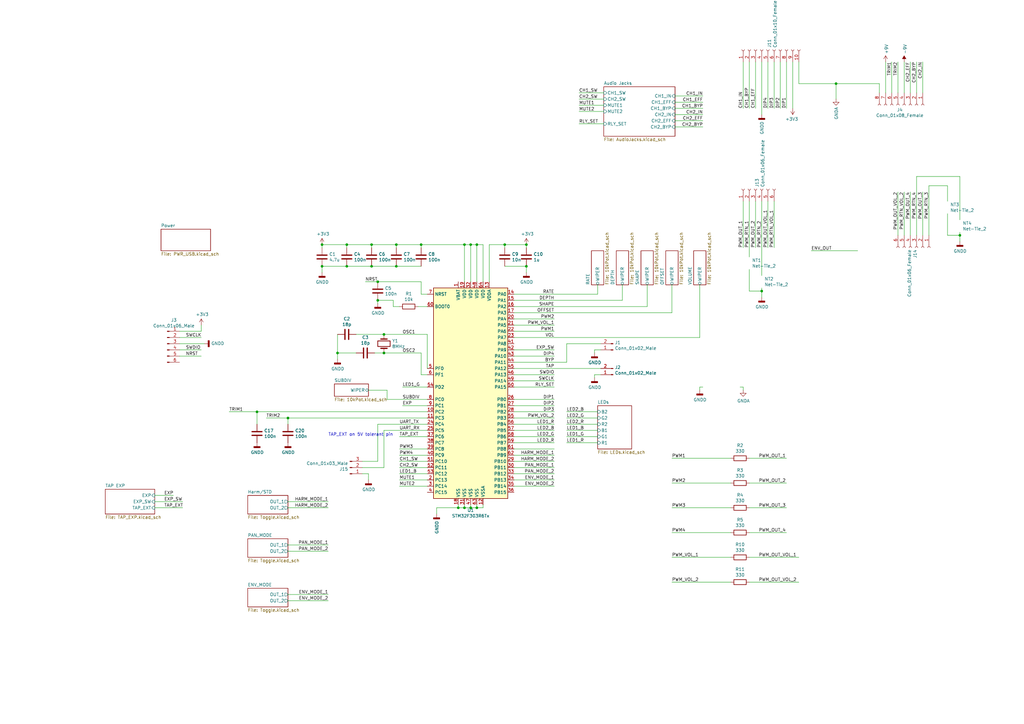
<source format=kicad_sch>
(kicad_sch (version 20231120) (generator "eeschema") (generator_version "8.0")
  (paper "A3")
  (lib_symbols
    (symbol "Device:C" (pin_numbers hide) (pin_names (offset 0.254))
      (property "Reference" "C" (at 0.635 2.54 0))
      (property "Value" "C" (at 0.635 -2.54 0))
      (symbol "C_1_1"
        (pin passive line (at 0 3.81 270) (length 2.794) (name "~") (number "1"))
        (pin passive line (at 0 -3.81 90) (length 2.794) (name "~") (number "2"))
      )
    )
    (symbol "Device:Crystal" (pin_numbers hide) (pin_names (offset 1.016) hide)
      (property "Reference" "Y" (at 0 3.81 0))
      (property "Value" "Crystal" (at 0 -3.81 0))
      (symbol "Crystal_1_1"
        (pin passive line (at -3.81 0 0) (length 1.27) (name "1") (number "1"))
        (pin passive line (at 3.81 0 180) (length 1.27) (name "2") (number "2"))
      )
    )
    (symbol "Device:R" (pin_numbers hide) (pin_names (offset 0))
      (property "Reference" "R" (at 2.032 0 90))
      (property "Value" "R" (at 0 0 90))
      (symbol "R_1_1"
        (pin passive line (at 0 3.81 270) (length 1.27) (name "~") (number "1"))
        (pin passive line (at 0 -3.81 90) (length 1.27) (name "~") (number "2"))
      )
    )
    (symbol "Digital Board Rev 2-rescue:+9V-power" (power) (pin_names (offset 0))
      (property "Value" "power_+9V" (at 0 3.556 0))
      (symbol "+9V-power_1_1"
        (pin power_in line (at 0 0 90) (length 0) hide (name "+9V") (number "1"))
      )
    )
    (symbol "Digital Board Rev 2-rescue:-9V-power" (power) (pin_names (offset 0))
      (property "Value" "power_-9V" (at 0 3.81 0))
      (symbol "-9V-power_1_1"
        (pin power_in line (at 0 0 90) (length 0) hide (name "-9V") (number "1"))
      )
    )
    (symbol "Digital Board Rev 2-rescue:Conn_01x02_Male-Connector" (pin_names (offset 1.016) hide)
      (property "Reference" "J" (at 0 2.54 0))
      (property "Value" "Connector_Conn_01x02_Male" (at 0 -5.08 0))
      (symbol "Conn_01x02_Male-Connector_1_1"
        (pin passive line (at 5.08 0 180) (length 3.81) (name "Pin_1") (number "1"))
        (pin passive line (at 5.08 -2.54 180) (length 3.81) (name "Pin_2") (number "2"))
      )
    )
    (symbol "Digital Board Rev 2-rescue:Conn_01x03_Male-Connector" (pin_names (offset 1.016) hide)
      (property "Reference" "J" (at 0 5.08 0))
      (property "Value" "Connector_Conn_01x03_Male" (at 0 -5.08 0))
      (symbol "Conn_01x03_Male-Connector_1_1"
        (pin passive line (at 5.08 2.54 180) (length 3.81) (name "Pin_1") (number "1"))
        (pin passive line (at 5.08 0 180) (length 3.81) (name "Pin_2") (number "2"))
        (pin passive line (at 5.08 -2.54 180) (length 3.81) (name "Pin_3") (number "3"))
      )
    )
    (symbol "Digital Board Rev 2-rescue:Conn_01x06_Female-Connector" (pin_names (offset 1.016) hide)
      (property "Reference" "J" (at 0 7.62 0))
      (property "Value" "Connector_Conn_01x06_Female" (at 0 -10.16 0))
      (symbol "Conn_01x06_Female-Connector_1_1"
        (pin passive line (at -5.08 5.08 0) (length 3.81) (name "Pin_1") (number "1"))
        (pin passive line (at -5.08 2.54 0) (length 3.81) (name "Pin_2") (number "2"))
        (pin passive line (at -5.08 0 0) (length 3.81) (name "Pin_3") (number "3"))
        (pin passive line (at -5.08 -2.54 0) (length 3.81) (name "Pin_4") (number "4"))
        (pin passive line (at -5.08 -5.08 0) (length 3.81) (name "Pin_5") (number "5"))
        (pin passive line (at -5.08 -7.62 0) (length 3.81) (name "Pin_6") (number "6"))
      )
    )
    (symbol "Digital Board Rev 2-rescue:Conn_01x06_Male-Connector" (pin_names (offset 1.016) hide)
      (property "Reference" "J" (at 0 7.62 0))
      (property "Value" "Connector_Conn_01x06_Male" (at 0 -10.16 0))
      (symbol "Conn_01x06_Male-Connector_1_1"
        (pin passive line (at 5.08 5.08 180) (length 3.81) (name "Pin_1") (number "1"))
        (pin passive line (at 5.08 2.54 180) (length 3.81) (name "Pin_2") (number "2"))
        (pin passive line (at 5.08 0 180) (length 3.81) (name "Pin_3") (number "3"))
        (pin passive line (at 5.08 -2.54 180) (length 3.81) (name "Pin_4") (number "4"))
        (pin passive line (at 5.08 -5.08 180) (length 3.81) (name "Pin_5") (number "5"))
        (pin passive line (at 5.08 -7.62 180) (length 3.81) (name "Pin_6") (number "6"))
      )
    )
    (symbol "Digital Board Rev 2-rescue:Conn_01x08_Female-Connector" (pin_names (offset 1.016) hide)
      (property "Reference" "J" (at 0 10.16 0))
      (property "Value" "Connector_Conn_01x08_Female" (at 0 -12.7 0))
      (symbol "Conn_01x08_Female-Connector_1_1"
        (pin passive line (at -5.08 7.62 0) (length 3.81) (name "Pin_1") (number "1"))
        (pin passive line (at -5.08 5.08 0) (length 3.81) (name "Pin_2") (number "2"))
        (pin passive line (at -5.08 2.54 0) (length 3.81) (name "Pin_3") (number "3"))
        (pin passive line (at -5.08 0 0) (length 3.81) (name "Pin_4") (number "4"))
        (pin passive line (at -5.08 -2.54 0) (length 3.81) (name "Pin_5") (number "5"))
        (pin passive line (at -5.08 -5.08 0) (length 3.81) (name "Pin_6") (number "6"))
        (pin passive line (at -5.08 -7.62 0) (length 3.81) (name "Pin_7") (number "7"))
        (pin passive line (at -5.08 -10.16 0) (length 3.81) (name "Pin_8") (number "8"))
      )
    )
    (symbol "Digital Board Rev 2-rescue:Conn_01x10_Female-Connector" (pin_names (offset 1.016) hide)
      (property "Reference" "J" (at 0 12.7 0))
      (property "Value" "Connector_Conn_01x10_Female" (at 0 -15.24 0))
      (symbol "Conn_01x10_Female-Connector_1_1"
        (pin passive line (at -5.08 10.16 0) (length 3.81) (name "Pin_1") (number "1"))
        (pin passive line (at -5.08 -12.7 0) (length 3.81) (name "Pin_10") (number "10"))
        (pin passive line (at -5.08 7.62 0) (length 3.81) (name "Pin_2") (number "2"))
        (pin passive line (at -5.08 5.08 0) (length 3.81) (name "Pin_3") (number "3"))
        (pin passive line (at -5.08 2.54 0) (length 3.81) (name "Pin_4") (number "4"))
        (pin passive line (at -5.08 0 0) (length 3.81) (name "Pin_5") (number "5"))
        (pin passive line (at -5.08 -2.54 0) (length 3.81) (name "Pin_6") (number "6"))
        (pin passive line (at -5.08 -5.08 0) (length 3.81) (name "Pin_7") (number "7"))
        (pin passive line (at -5.08 -7.62 0) (length 3.81) (name "Pin_8") (number "8"))
        (pin passive line (at -5.08 -10.16 0) (length 3.81) (name "Pin_9") (number "9"))
      )
    )
    (symbol "Digital Board Rev 2-rescue:GNDA-power" (power) (pin_names (offset 0))
      (property "Value" "power_GNDA" (at 0 -3.81 0))
      (symbol "GNDA-power_1_1"
        (pin power_in line (at 0 0 270) (length 0) hide (name "GNDA") (number "1"))
      )
    )
    (symbol "Digital Board Rev 2-rescue:GNDD-power" (power) (pin_names (offset 0))
      (property "Value" "power_GNDD" (at 0 -3.175 0))
      (symbol "GNDD-power_1_1"
        (pin power_in line (at 0 0 270) (length 0) hide (name "GNDD") (number "1"))
      )
    )
    (symbol "Digital Board Rev 2-rescue:STM32F303R6Tx-MCU_ST_STM32F3"
      (property "Reference" "U" (at -15.24 44.45 0))
      (property "Value" "MCU_ST_STM32F3_STM32F303R6Tx" (at 10.16 44.45 0))
      (symbol "STM32F303R6Tx-MCU_ST_STM32F3_1_1"
        (pin power_in line (at -5.08 45.72 270) (length 2.54) (name "VBAT") (number "1"))
        (pin bidirectional line (at -17.78 -7.62 0) (length 2.54) (name "PC2") (number "10"))
        (pin bidirectional line (at -17.78 -10.16 0) (length 2.54) (name "PC3") (number "11"))
        (pin power_in line (at 5.08 -45.72 90) (length 2.54) (name "VSSA") (number "12"))
        (pin power_in line (at 7.62 45.72 270) (length 2.54) (name "VDDA") (number "13"))
        (pin bidirectional line (at 17.78 40.64 180) (length 2.54) (name "PA0") (number "14"))
        (pin bidirectional line (at 17.78 38.1 180) (length 2.54) (name "PA1") (number "15"))
        (pin bidirectional line (at 17.78 35.56 180) (length 2.54) (name "PA2") (number "16"))
        (pin bidirectional line (at 17.78 33.02 180) (length 2.54) (name "PA3") (number "17"))
        (pin power_in line (at -5.08 -45.72 90) (length 2.54) (name "VSS") (number "18"))
        (pin power_in line (at -2.54 45.72 270) (length 2.54) (name "VDD") (number "19"))
        (pin bidirectional line (at -17.78 -35.56 0) (length 2.54) (name "PC13") (number "2"))
        (pin bidirectional line (at 17.78 30.48 180) (length 2.54) (name "PA4") (number "20"))
        (pin bidirectional line (at 17.78 27.94 180) (length 2.54) (name "PA5") (number "21"))
        (pin bidirectional line (at 17.78 25.4 180) (length 2.54) (name "PA6") (number "22"))
        (pin bidirectional line (at 17.78 22.86 180) (length 2.54) (name "PA7") (number "23"))
        (pin bidirectional line (at -17.78 -12.7 0) (length 2.54) (name "PC4") (number "24"))
        (pin bidirectional line (at -17.78 -15.24 0) (length 2.54) (name "PC5") (number "25"))
        (pin bidirectional line (at 17.78 -2.54 180) (length 2.54) (name "PB0") (number "26"))
        (pin bidirectional line (at 17.78 -5.08 180) (length 2.54) (name "PB1") (number "27"))
        (pin bidirectional line (at 17.78 -7.62 180) (length 2.54) (name "PB2") (number "28"))
        (pin bidirectional line (at 17.78 -27.94 180) (length 2.54) (name "PB10") (number "29"))
        (pin bidirectional line (at -17.78 -38.1 0) (length 2.54) (name "PC14") (number "3"))
        (pin bidirectional line (at 17.78 -30.48 180) (length 2.54) (name "PB11") (number "30"))
        (pin power_in line (at -2.54 -45.72 90) (length 2.54) (name "VSS") (number "31"))
        (pin power_in line (at 0 45.72 270) (length 2.54) (name "VDD") (number "32"))
        (pin bidirectional line (at 17.78 -33.02 180) (length 2.54) (name "PB12") (number "33"))
        (pin bidirectional line (at 17.78 -35.56 180) (length 2.54) (name "PB13") (number "34"))
        (pin bidirectional line (at 17.78 -38.1 180) (length 2.54) (name "PB14") (number "35"))
        (pin bidirectional line (at 17.78 -40.64 180) (length 2.54) (name "PB15") (number "36"))
        (pin bidirectional line (at -17.78 -17.78 0) (length 2.54) (name "PC6") (number "37"))
        (pin bidirectional line (at -17.78 -20.32 0) (length 2.54) (name "PC7") (number "38"))
        (pin bidirectional line (at -17.78 -22.86 0) (length 2.54) (name "PC8") (number "39"))
        (pin bidirectional line (at -17.78 -40.64 0) (length 2.54) (name "PC15") (number "4"))
        (pin bidirectional line (at -17.78 -25.4 0) (length 2.54) (name "PC9") (number "40"))
        (pin bidirectional line (at 17.78 20.32 180) (length 2.54) (name "PA8") (number "41"))
        (pin bidirectional line (at 17.78 17.78 180) (length 2.54) (name "PA9") (number "42"))
        (pin bidirectional line (at 17.78 15.24 180) (length 2.54) (name "PA10") (number "43"))
        (pin bidirectional line (at 17.78 12.7 180) (length 2.54) (name "PA11") (number "44"))
        (pin bidirectional line (at 17.78 10.16 180) (length 2.54) (name "PA12") (number "45"))
        (pin bidirectional line (at 17.78 7.62 180) (length 2.54) (name "PA13") (number "46"))
        (pin power_in line (at 0 -45.72 90) (length 2.54) (name "VSS") (number "47"))
        (pin power_in line (at 2.54 45.72 270) (length 2.54) (name "VDD") (number "48"))
        (pin bidirectional line (at 17.78 5.08 180) (length 2.54) (name "PA14") (number "49"))
        (pin input line (at -17.78 10.16 0) (length 2.54) (name "PF0") (number "5"))
        (pin bidirectional line (at 17.78 2.54 180) (length 2.54) (name "PA15") (number "50"))
        (pin bidirectional line (at -17.78 -27.94 0) (length 2.54) (name "PC10") (number "51"))
        (pin bidirectional line (at -17.78 -30.48 0) (length 2.54) (name "PC11") (number "52"))
        (pin bidirectional line (at -17.78 -33.02 0) (length 2.54) (name "PC12") (number "53"))
        (pin bidirectional line (at -17.78 2.54 0) (length 2.54) (name "PD2") (number "54"))
        (pin bidirectional line (at 17.78 -10.16 180) (length 2.54) (name "PB3") (number "55"))
        (pin bidirectional line (at 17.78 -12.7 180) (length 2.54) (name "PB4") (number "56"))
        (pin bidirectional line (at 17.78 -15.24 180) (length 2.54) (name "PB5") (number "57"))
        (pin bidirectional line (at 17.78 -17.78 180) (length 2.54) (name "PB6") (number "58"))
        (pin bidirectional line (at 17.78 -20.32 180) (length 2.54) (name "PB7") (number "59"))
        (pin input line (at -17.78 7.62 0) (length 2.54) (name "PF1") (number "6"))
        (pin input line (at -17.78 35.56 0) (length 2.54) (name "BOOT0") (number "60"))
        (pin bidirectional line (at 17.78 -22.86 180) (length 2.54) (name "PB8") (number "61"))
        (pin bidirectional line (at 17.78 -25.4 180) (length 2.54) (name "PB9") (number "62"))
        (pin power_in line (at 2.54 -45.72 90) (length 2.54) (name "VSS") (number "63"))
        (pin power_in line (at 5.08 45.72 270) (length 2.54) (name "VDD") (number "64"))
        (pin input line (at -17.78 40.64 0) (length 2.54) (name "NRST") (number "7"))
        (pin bidirectional line (at -17.78 -2.54 0) (length 2.54) (name "PC0") (number "8"))
        (pin bidirectional line (at -17.78 -5.08 0) (length 2.54) (name "PC1") (number "9"))
      )
    )
    (symbol "Digital-Board-Rev-2-rescue:+3.3V-power" (power) (pin_names (offset 0))
      (property "Value" "+3.3V-power" (at 0 3.556 0))
      (symbol "+3.3V-power_1_1"
        (pin power_in line (at 0 0 90) (length 0) hide (name "+3V3") (number "1"))
      )
    )
  )
  (junction (at 393.7 96.52))
  (junction (at 193.04 100.33))
  (junction (at 207.01 100.33))
  (junction (at 187.96 208.28))
  (junction (at 138.43 144.78))
  (junction (at 154.94 115.57))
  (junction (at 132.08 109.22))
  (junction (at 118.11 171.45))
  (junction (at 195.58 208.28))
  (junction (at 142.24 100.33))
  (junction (at 190.5 208.28))
  (junction (at 142.24 109.22))
  (junction (at 312.42 119.38))
  (junction (at 193.04 208.28))
  (junction (at 190.5 100.33))
  (junction (at 105.41 168.91))
  (junction (at 132.08 100.33))
  (junction (at 162.56 109.22))
  (junction (at 152.4 109.22))
  (junction (at 157.48 144.78))
  (junction (at 162.56 100.33))
  (junction (at 172.72 100.33))
  (junction (at 215.9 100.33))
  (junction (at 152.4 100.33))
  (junction (at 215.9 109.22))
  (junction (at 157.48 137.16))
  (junction (at 154.94 123.19))
  (junction (at 195.58 100.33))
  (junction (at 342.9 34.29))
  (wire (pts (xy 134.62 208.28) (xy 118.11 208.28)))
  (wire (pts (xy 82.55 135.89) (xy 73.66 135.89)))
  (wire (pts (xy 152.4 100.33) (xy 162.56 100.33)))
  (wire (pts (xy 375.92 72.39) (xy 375.92 96.52)))
  (wire (pts (xy 71.12 203.2) (xy 63.5 203.2)))
  (wire (pts (xy 370.84 96.52) (xy 370.84 78.74)))
  (wire (pts (xy 163.83 196.85) (xy 175.26 196.85)))
  (wire (pts (xy 363.22 25.4) (xy 363.22 38.1)))
  (wire (pts (xy 312.42 119.38) (xy 312.42 118.11)))
  (wire (pts (xy 307.34 198.12) (xy 322.58 198.12)))
  (wire (pts (xy 332.74 102.87) (xy 351.79 102.87)))
  (wire (pts (xy 132.08 101.6) (xy 132.08 100.33)))
  (wire (pts (xy 198.12 100.33) (xy 195.58 100.33)))
  (wire (pts (xy 375.92 72.39) (xy 393.7 72.39)))
  (wire (pts (xy 232.41 181.61) (xy 245.11 181.61)))
  (wire (pts (xy 154.94 115.57) (xy 172.72 115.57)))
  (wire (pts (xy 210.82 133.35) (xy 227.33 133.35)))
  (wire (pts (xy 227.33 189.23) (xy 210.82 189.23)))
  (wire (pts (xy 307.34 228.6) (xy 327.66 228.6)))
  (wire (pts (xy 154.94 189.23) (xy 154.94 173.99)))
  (wire (pts (xy 207.01 100.33) (xy 200.66 100.33)))
  (wire (pts (xy 163.83 186.69) (xy 175.26 186.69)))
  (wire (pts (xy 179.07 208.28) (xy 179.07 210.82)))
  (wire (pts (xy 393.7 99.06) (xy 393.7 96.52)))
  (wire (pts (xy 193.04 115.57) (xy 193.04 100.33)))
  (wire (pts (xy 138.43 144.78) (xy 138.43 137.16)))
  (wire (pts (xy 172.72 115.57) (xy 172.72 120.65)))
  (wire (pts (xy 232.41 140.97) (xy 232.41 148.59)))
  (wire (pts (xy 243.84 153.67) (xy 246.38 153.67)))
  (wire (pts (xy 342.9 34.29) (xy 360.68 34.29)))
  (wire (pts (xy 275.59 238.76) (xy 299.72 238.76)))
  (wire (pts (xy 195.58 115.57) (xy 195.58 100.33)))
  (wire (pts (xy 158.75 163.83) (xy 175.26 163.83)))
  (wire (pts (xy 276.86 41.91) (xy 288.29 41.91)))
  (wire (pts (xy 314.96 44.45) (xy 314.96 25.4)))
  (wire (pts (xy 163.83 189.23) (xy 175.26 189.23)))
  (wire (pts (xy 132.08 109.22) (xy 142.24 109.22)))
  (wire (pts (xy 227.33 158.75) (xy 210.82 158.75)))
  (wire (pts (xy 118.11 171.45) (xy 175.26 171.45)))
  (wire (pts (xy 365.76 25.4) (xy 365.76 38.1)))
  (wire (pts (xy 237.49 45.72) (xy 247.65 45.72)))
  (wire (pts (xy 237.49 50.8) (xy 247.65 50.8)))
  (wire (pts (xy 207.01 109.22) (xy 215.9 109.22)))
  (wire (pts (xy 190.5 208.28) (xy 190.5 207.01)))
  (wire (pts (xy 152.4 101.6) (xy 152.4 100.33)))
  (wire (pts (xy 227.33 168.91) (xy 210.82 168.91)))
  (wire (pts (xy 276.86 49.53) (xy 288.29 49.53)))
  (wire (pts (xy 227.33 135.89) (xy 210.82 135.89)))
  (wire (pts (xy 193.04 100.33) (xy 190.5 100.33)))
  (wire (pts (xy 232.41 176.53) (xy 245.11 176.53)))
  (wire (pts (xy 210.82 148.59) (xy 232.41 148.59)))
  (wire (pts (xy 172.72 100.33) (xy 190.5 100.33)))
  (wire (pts (xy 393.7 72.39) (xy 393.7 90.17)))
  (wire (pts (xy 342.9 34.29) (xy 327.66 34.29)))
  (wire (pts (xy 163.83 199.39) (xy 175.26 199.39)))
  (wire (pts (xy 161.29 125.73) (xy 163.83 125.73)))
  (wire (pts (xy 138.43 147.32) (xy 138.43 144.78)))
  (wire (pts (xy 215.9 111.76) (xy 215.9 109.22)))
  (wire (pts (xy 187.96 208.28) (xy 190.5 208.28)))
  (wire (pts (xy 275.59 187.96) (xy 299.72 187.96)))
  (wire (pts (xy 288.29 46.99) (xy 276.86 46.99)))
  (wire (pts (xy 304.8 158.75) (xy 303.53 158.75)))
  (wire (pts (xy 162.56 109.22) (xy 172.72 109.22)))
  (wire (pts (xy 163.83 184.15) (xy 175.26 184.15)))
  (wire (pts (xy 232.41 173.99) (xy 245.11 173.99)))
  (wire (pts (xy 154.94 123.19) (xy 161.29 123.19)))
  (wire (pts (xy 275.59 198.12) (xy 299.72 198.12)))
  (wire (pts (xy 275.59 208.28) (xy 299.72 208.28)))
  (wire (pts (xy 232.41 179.07) (xy 245.11 179.07)))
  (wire (pts (xy 227.33 143.51) (xy 210.82 143.51)))
  (wire (pts (xy 134.62 246.38) (xy 118.11 246.38)))
  (wire (pts (xy 327.66 34.29) (xy 327.66 25.4)))
  (wire (pts (xy 138.43 144.78) (xy 146.05 144.78)))
  (wire (pts (xy 161.29 123.19) (xy 161.29 125.73)))
  (wire (pts (xy 134.62 223.52) (xy 118.11 223.52)))
  (wire (pts (xy 210.82 156.21) (xy 227.33 156.21)))
  (wire (pts (xy 312.42 46.99) (xy 312.42 25.4)))
  (wire (pts (xy 179.07 208.28) (xy 187.96 208.28)))
  (wire (pts (xy 388.62 96.52) (xy 393.7 96.52)))
  (wire (pts (xy 243.84 144.78) (xy 243.84 143.51)))
  (wire (pts (xy 275.59 116.84) (xy 275.59 128.27)))
  (wire (pts (xy 210.82 151.13) (xy 246.38 151.13)))
  (wire (pts (xy 190.5 208.28) (xy 193.04 208.28)))
  (wire (pts (xy 227.33 191.77) (xy 210.82 191.77)))
  (wire (pts (xy 243.84 143.51) (xy 246.38 143.51)))
  (wire (pts (xy 342.9 40.64) (xy 342.9 34.29)))
  (wire (pts (xy 227.33 130.81) (xy 210.82 130.81)))
  (wire (pts (xy 227.33 196.85) (xy 210.82 196.85)))
  (wire (pts (xy 171.45 125.73) (xy 175.26 125.73)))
  (wire (pts (xy 255.27 116.84) (xy 255.27 123.19)))
  (wire (pts (xy 175.26 151.13) (xy 175.26 137.16)))
  (wire (pts (xy 162.56 101.6) (xy 162.56 100.33)))
  (wire (pts (xy 132.08 100.33) (xy 142.24 100.33)))
  (wire (pts (xy 210.82 125.73) (xy 265.43 125.73)))
  (wire (pts (xy 151.13 194.31) (xy 151.13 196.85)))
  (wire (pts (xy 82.55 146.05) (xy 73.66 146.05)))
  (wire (pts (xy 275.59 228.6) (xy 299.72 228.6)))
  (wire (pts (xy 157.48 176.53) (xy 157.48 191.77)))
  (wire (pts (xy 157.48 176.53) (xy 175.26 176.53)))
  (wire (pts (xy 134.62 205.74) (xy 118.11 205.74)))
  (wire (pts (xy 109.22 171.45) (xy 118.11 171.45)))
  (wire (pts (xy 215.9 100.33) (xy 207.01 100.33)))
  (wire (pts (xy 210.82 179.07) (xy 227.33 179.07)))
  (wire (pts (xy 276.86 44.45) (xy 288.29 44.45)))
  (wire (pts (xy 157.48 191.77) (xy 148.59 191.77)))
  (wire (pts (xy 172.72 144.78) (xy 172.72 153.67)))
  (wire (pts (xy 195.58 208.28) (xy 195.58 207.01)))
  (wire (pts (xy 373.38 25.4) (xy 373.38 38.1)))
  (wire (pts (xy 210.82 120.65) (xy 245.11 120.65)))
  (wire (pts (xy 373.38 78.74) (xy 373.38 96.52)))
  (wire (pts (xy 287.02 116.84) (xy 287.02 138.43)))
  (wire (pts (xy 227.33 181.61) (xy 210.82 181.61)))
  (wire (pts (xy 360.68 34.29) (xy 360.68 38.1)))
  (wire (pts (xy 118.11 173.99) (xy 118.11 171.45)))
  (wire (pts (xy 148.59 189.23) (xy 154.94 189.23)))
  (wire (pts (xy 375.92 25.4) (xy 375.92 38.1)))
  (wire (pts (xy 210.82 173.99) (xy 227.33 173.99)))
  (wire (pts (xy 287.02 158.75) (xy 287.02 160.02)))
  (wire (pts (xy 172.72 120.65) (xy 175.26 120.65)))
  (wire (pts (xy 82.55 143.51) (xy 73.66 143.51)))
  (wire (pts (xy 227.33 186.69) (xy 210.82 186.69)))
  (wire (pts (xy 142.24 101.6) (xy 142.24 100.33)))
  (wire (pts (xy 307.34 119.38) (xy 312.42 119.38)))
  (wire (pts (xy 154.94 173.99) (xy 175.26 173.99)))
  (wire (pts (xy 307.34 218.44) (xy 322.58 218.44)))
  (wire (pts (xy 314.96 101.6) (xy 314.96 82.55)))
  (wire (pts (xy 378.46 96.52) (xy 378.46 78.74)))
  (wire (pts (xy 307.34 25.4) (xy 307.34 44.45)))
  (wire (pts (xy 200.66 100.33) (xy 200.66 115.57)))
  (wire (pts (xy 227.33 171.45) (xy 210.82 171.45)))
  (wire (pts (xy 307.34 238.76) (xy 327.66 238.76)))
  (wire (pts (xy 142.24 100.33) (xy 152.4 100.33)))
  (wire (pts (xy 82.55 138.43) (xy 73.66 138.43)))
  (wire (pts (xy 165.1 166.37) (xy 175.26 166.37)))
  (wire (pts (xy 193.04 208.28) (xy 195.58 208.28)))
  (wire (pts (xy 157.48 144.78) (xy 172.72 144.78)))
  (wire (pts (xy 193.04 208.28) (xy 193.04 207.01)))
  (wire (pts (xy 175.26 137.16) (xy 157.48 137.16)))
  (wire (pts (xy 210.82 153.67) (xy 227.33 153.67)))
  (wire (pts (xy 237.49 40.64) (xy 247.65 40.64)))
  (wire (pts (xy 210.82 128.27) (xy 275.59 128.27)))
  (wire (pts (xy 232.41 168.91) (xy 245.11 168.91)))
  (wire (pts (xy 288.29 39.37) (xy 276.86 39.37)))
  (wire (pts (xy 163.83 194.31) (xy 175.26 194.31)))
  (wire (pts (xy 317.5 44.45) (xy 317.5 25.4)))
  (wire (pts (xy 175.26 153.67) (xy 172.72 153.67)))
  (wire (pts (xy 232.41 171.45) (xy 245.11 171.45)))
  (wire (pts (xy 304.8 160.02) (xy 304.8 158.75)))
  (wire (pts (xy 134.62 226.06) (xy 118.11 226.06)))
  (wire (pts (xy 322.58 208.28) (xy 307.34 208.28)))
  (wire (pts (xy 146.05 137.16) (xy 157.48 137.16)))
  (wire (pts (xy 151.13 160.02) (xy 158.75 160.02)))
  (wire (pts (xy 187.96 208.28) (xy 187.96 207.01)))
  (wire (pts (xy 227.33 166.37) (xy 210.82 166.37)))
  (wire (pts (xy 312.42 82.55) (xy 312.42 113.03)))
  (wire (pts (xy 157.48 144.78) (xy 153.67 144.78)))
  (wire (pts (xy 227.33 176.53) (xy 210.82 176.53)))
  (wire (pts (xy 227.33 194.31) (xy 210.82 194.31)))
  (wire (pts (xy 320.04 44.45) (xy 320.04 25.4)))
  (wire (pts (xy 317.5 101.6) (xy 317.5 82.55)))
  (wire (pts (xy 190.5 100.33) (xy 190.5 115.57)))
  (wire (pts (xy 154.94 115.57) (xy 149.86 115.57)))
  (wire (pts (xy 325.12 44.45) (xy 325.12 25.4)))
  (wire (pts (xy 393.7 96.52) (xy 393.7 95.25)))
  (wire (pts (xy 245.11 116.84) (xy 245.11 120.65)))
  (wire (pts (xy 148.59 194.31) (xy 151.13 194.31)))
  (wire (pts (xy 288.29 158.75) (xy 287.02 158.75)))
  (wire (pts (xy 210.82 163.83) (xy 227.33 163.83)))
  (wire (pts (xy 237.49 38.1) (xy 247.65 38.1)))
  (wire (pts (xy 307.34 110.49) (xy 307.34 119.38)))
  (wire (pts (xy 82.55 133.35) (xy 82.55 135.89)))
  (wire (pts (xy 309.88 101.6) (xy 309.88 82.55)))
  (wire (pts (xy 195.58 100.33) (xy 193.04 100.33)))
  (wire (pts (xy 63.5 208.28) (xy 74.93 208.28)))
  (wire (pts (xy 210.82 184.15) (xy 227.33 184.15)))
  (wire (pts (xy 237.49 43.18) (xy 247.65 43.18)))
  (wire (pts (xy 210.82 138.43) (xy 287.02 138.43)))
  (wire (pts (xy 276.86 52.07) (xy 288.29 52.07)))
  (wire (pts (xy 83.82 140.97) (xy 73.66 140.97)))
  (wire (pts (xy 63.5 205.74) (xy 74.93 205.74)))
  (wire (pts (xy 388.62 76.2) (xy 381 76.2)))
  (wire (pts (xy 370.84 25.4) (xy 370.84 38.1)))
  (wire (pts (xy 134.62 243.84) (xy 118.11 243.84)))
  (wire (pts (xy 381 76.2) (xy 381 96.52)))
  (wire (pts (xy 105.41 168.91) (xy 175.26 168.91)))
  (wire (pts (xy 304.8 101.6) (xy 304.8 82.55)))
  (wire (pts (xy 368.3 25.4) (xy 368.3 38.1)))
  (wire (pts (xy 154.94 123.19) (xy 154.94 124.46)))
  (wire (pts (xy 210.82 123.19) (xy 255.27 123.19)))
  (wire (pts (xy 388.62 82.55) (xy 388.62 76.2)))
  (wire (pts (xy 309.88 44.45) (xy 309.88 25.4)))
  (wire (pts (xy 227.33 146.05) (xy 210.82 146.05)))
  (wire (pts (xy 243.84 154.94) (xy 243.84 153.67)))
  (wire (pts (xy 195.58 208.28) (xy 198.12 208.28)))
  (wire (pts (xy 275.59 218.44) (xy 299.72 218.44)))
  (wire (pts (xy 152.4 109.22) (xy 162.56 109.22)))
  (wire (pts (xy 132.08 111.76) (xy 132.08 109.22)))
  (wire (pts (xy 207.01 101.6) (xy 207.01 100.33)))
  (wire (pts (xy 142.24 109.22) (xy 152.4 109.22)))
  (wire (pts (xy 210.82 199.39) (xy 227.33 199.39)))
  (wire (pts (xy 93.98 168.91) (xy 105.41 168.91)))
  (wire (pts (xy 232.41 140.97) (xy 246.38 140.97)))
  (wire (pts (xy 378.46 25.4) (xy 378.46 38.1)))
  (wire (pts (xy 105.41 173.99) (xy 105.41 168.91)))
  (wire (pts (xy 388.62 87.63) (xy 388.62 96.52)))
  (wire (pts (xy 368.3 78.74) (xy 368.3 96.52)))
  (wire (pts (xy 265.43 116.84) (xy 265.43 125.73)))
  (wire (pts (xy 158.75 160.02) (xy 158.75 163.83)))
  (wire (pts (xy 307.34 187.96) (xy 322.58 187.96)))
  (wire (pts (xy 172.72 101.6) (xy 172.72 100.33)))
  (wire (pts (xy 163.83 191.77) (xy 175.26 191.77)))
  (wire (pts (xy 307.34 82.55) (xy 307.34 105.41)))
  (wire (pts (xy 322.58 44.45) (xy 322.58 25.4)))
  (wire (pts (xy 165.1 158.75) (xy 175.26 158.75)))
  (wire (pts (xy 163.83 179.07) (xy 175.26 179.07)))
  (wire (pts (xy 312.42 121.92) (xy 312.42 119.38)))
  (wire (pts (xy 162.56 100.33) (xy 172.72 100.33)))
  (wire (pts (xy 198.12 208.28) (xy 198.12 207.01)))
  (wire (pts (xy 198.12 115.57) (xy 198.12 100.33)))
  (wire (pts (xy 215.9 101.6) (xy 215.9 100.33)))
  (wire (pts (xy 304.8 44.45) (xy 304.8 25.4)))
  (text "TAP_EXT on 5V tolerant pin" (at 134.62 179.07 0) (effects (font (size 1.27 1.27)) (justify left bottom)))
  (label "DIP2" (at 227.33 166.37 180))
  (label "HARM_MODE_2" (at 134.62 208.28 180))
  (label "CH2_BYP" (at 288.29 52.07 180))
  (label "PWM_OUT_1" (at 304.8 101.6 90))
  (label "DIP3" (at 227.33 168.91 180))
  (label "DIP2" (at 320.04 44.45 90))
  (label "LED2_B" (at 232.41 168.91 0))
  (label "LED2_G" (at 227.33 179.07 180))
  (label "ENV_MODE_2" (at 134.62 246.38 180))
  (label "PAN_MODE_1" (at 134.62 223.52 180))
  (label "PWM_OUT_3" (at 311.15 208.28 0))
  (label "EXP" (at 165.1 166.37 0))
  (label "PWM_OUT_1" (at 311.15 187.96 0))
  (label "SHAPE" (at 227.33 125.73 180))
  (label "LED1_G" (at 232.41 179.07 0))
  (label "PWM_OUT_4" (at 311.15 218.44 0))
  (label "OSC2" (at 165.1 144.78 0))
  (label "CH2_SW" (at 163.83 191.77 0))
  (label "SUBDIV" (at 165.1 163.83 0))
  (label "LED1_B" (at 232.41 176.53 0))
  (label "SWCLK" (at 76.2 138.43 0))
  (label "TRIM1" (at 93.98 168.91 0))
  (label "MUTE1" (at 237.49 43.18 0))
  (label "PWM_RTN_VOL_1" (at 317.5 101.6 90))
  (label "TRIM2" (at 109.22 171.45 0))
  (label "BYP" (at 227.33 148.59 180))
  (label "MUTE2" (at 237.49 45.72 0))
  (label "ENV_MODE_1" (at 227.33 196.85 180))
  (label "CH1_IN" (at 288.29 39.37 180))
  (label "HARM_MODE_1" (at 227.33 186.69 180))
  (label "PWM_RTN_2" (at 312.42 101.6 90))
  (label "PWM_OUT_VOL_2" (at 368.3 78.74 270))
  (label "RATE" (at 227.33 120.65 180))
  (label "PWM2" (at 275.59 198.12 0))
  (label "OFFSET" (at 227.33 128.27 180))
  (label "EXP" (at 67.31 203.2 0))
  (label "OSC1" (at 165.1 137.16 0))
  (label "PAN_MODE_2" (at 227.33 194.31 180))
  (label "LED2_G" (at 232.41 171.45 0))
  (label "PWM_VOL_1" (at 275.59 228.6 0))
  (label "CH2_IN" (at 378.46 25.4 270))
  (label "PAN_MODE_1" (at 227.33 191.77 180))
  (label "EXP_SW" (at 67.31 205.74 0))
  (label "NRST" (at 76.2 146.05 0))
  (label "CH1_BYP" (at 288.29 44.45 180))
  (label "PWM_OUT_VOL_1" (at 314.96 101.6 90))
  (label "PWM4" (at 275.59 218.44 0))
  (label "CH2_BYP" (at 375.92 25.4 270))
  (label "PWM_OUT_3" (at 378.46 78.74 270))
  (label "UART_RX" (at 163.83 176.53 0))
  (label "CH2_SW" (at 237.49 40.64 0))
  (label "ENV_OUT" (at 332.74 102.87 0))
  (label "CH1_IN" (at 304.8 44.45 90))
  (label "ENV_MODE_2" (at 227.33 199.39 180))
  (label "LED2_R" (at 232.41 173.99 0))
  (label "CH1_BYP" (at 307.34 44.45 90))
  (label "LED2_R" (at 227.33 181.61 180))
  (label "RLY_SET" (at 227.33 158.75 180))
  (label "PWM_OUT_VOL_1" (at 311.15 228.6 0))
  (label "SWDIO" (at 76.2 143.51 0))
  (label "LED1_G" (at 165.1 158.75 0))
  (label "CH2_IN" (at 288.29 46.99 180))
  (label "PWM_OUT_2" (at 309.88 101.6 90))
  (label "PWM_VOL_1" (at 227.33 133.35 180))
  (label "DEPTH" (at 227.33 123.19 180))
  (label "CH1_EFF" (at 309.88 44.45 90))
  (label "PWM_VOL_2" (at 275.59 238.76 0))
  (label "SWCLK" (at 227.33 156.21 180))
  (label "DIP4" (at 227.33 146.05 180))
  (label "MUTE1" (at 163.83 196.85 0))
  (label "DIP4" (at 314.96 44.45 90))
  (label "PWM_RTN_3" (at 381 78.74 270))
  (label "PWM3" (at 163.83 184.15 0))
  (label "RLY_SET" (at 237.49 50.8 0))
  (label "PWM_RTN_1" (at 307.34 101.6 90))
  (label "TAP_EXT" (at 67.31 208.28 0))
  (label "PWM2" (at 227.33 130.81 180))
  (label "CH1_EFF" (at 288.29 41.91 180))
  (label "NRST" (at 149.86 115.57 0))
  (label "MUTE2" (at 163.83 199.39 0))
  (label "HARM_MODE_1" (at 134.62 205.74 180))
  (label "LED2_B" (at 227.33 176.53 180))
  (label "CH1_SW" (at 163.83 189.23 0))
  (label "ENV_MODE_1" (at 134.62 243.84 180))
  (label "PWM1" (at 275.59 187.96 0))
  (label "PWM_OUT_4" (at 373.38 78.74 270))
  (label "PWM3" (at 275.59 208.28 0))
  (label "TAP_EXT" (at 163.83 179.07 0))
  (label "PAN_MODE_2" (at 134.62 226.06 180))
  (label "TRIM2" (at 368.3 25.4 270))
  (label "PWM_OUT_VOL_2" (at 311.15 238.76 0))
  (label "UART_TX" (at 163.83 173.99 0))
  (label "CH1_SW" (at 237.49 38.1 0))
  (label "PWM_RTN_VOL_2" (at 370.84 78.74 270))
  (label "PWM4" (at 163.83 186.69 0))
  (label "PWM1" (at 227.33 135.89 180))
  (label "LED1_B" (at 163.83 194.31 0))
  (label "PWM_RTN_4" (at 375.92 78.74 270))
  (label "CH2_EFF" (at 373.38 25.4 270))
  (label "DIP1" (at 227.33 163.83 180))
  (label "TRIM1" (at 365.76 25.4 270))
  (label "TAP" (at 227.33 151.13 180))
  (label "EXP_SW" (at 227.33 143.51 180))
  (label "SWDIO" (at 227.33 153.67 180))
  (label "DIP3" (at 317.5 44.45 90))
  (label "VOL" (at 227.33 138.43 180))
  (label "HARM_MODE_2" (at 227.33 189.23 180))
  (label "PWM_VOL_2" (at 227.33 171.45 180))
  (label "PWM_OUT_2" (at 311.15 198.12 0))
  (label "CH2_EFF" (at 288.29 49.53 180))
  (label "LED1_R" (at 232.41 181.61 0))
  (label "DIP1" (at 322.58 44.45 90))
  (label "LED1_R" (at 227.33 173.99 180))
  (symbol (lib_id "Device:C") (at 172.72 105.41 0) (unit 1)
    (property "Reference" "C8" (at 175.641 104.2416 0) (effects (justify left)))
    (property "Value" "100n" (at 175.641 106.553 0) (effects (justify left)))
    (property "Footprint" "Capacitor_SMD:C_0805_2012Metric_Pad1.18x1.45mm_HandSolder" (effects (hide yes)))
  )
  (symbol (lib_id "Device:C") (at 162.56 105.41 0) (unit 1)
    (property "Reference" "C7" (at 165.481 104.2416 0) (effects (justify left)))
    (property "Value" "100n" (at 165.481 106.553 0) (effects (justify left)))
    (property "Footprint" "Capacitor_SMD:C_0805_2012Metric_Pad1.18x1.45mm_HandSolder" (effects (hide yes)))
  )
  (symbol (lib_id "Device:C") (at 152.4 105.41 0) (unit 1)
    (property "Reference" "C6" (at 155.321 104.2416 0) (effects (justify left)))
    (property "Value" "100n" (at 155.321 106.553 0) (effects (justify left)))
    (property "Footprint" "Capacitor_SMD:C_0805_2012Metric_Pad1.18x1.45mm_HandSolder" (effects (hide yes)))
  )
  (symbol (lib_id "Device:C") (at 142.24 105.41 0) (unit 1)
    (property "Reference" "C4" (at 145.161 104.2416 0) (effects (justify left)))
    (property "Value" "100n" (at 145.161 106.553 0) (effects (justify left)))
    (property "Footprint" "Capacitor_SMD:C_0805_2012Metric_Pad1.18x1.45mm_HandSolder" (effects (hide yes)))
  )
  (symbol (lib_id "Device:C") (at 132.08 105.41 0) (unit 1)
    (property "Reference" "C1" (at 135.001 104.2416 0) (effects (justify left)))
    (property "Value" "4.7u" (at 135.001 106.553 0) (effects (justify left)))
    (property "Footprint" "Capacitor_SMD:C_0805_2012Metric_Pad1.18x1.45mm_HandSolder" (effects (hide yes)))
  )
  (symbol (lib_id "Device:C") (at 207.01 105.41 0) (unit 1)
    (property "Reference" "C9" (at 209.931 104.2416 0) (effects (justify left)))
    (property "Value" "10n" (at 209.931 106.553 0) (effects (justify left)))
    (property "Footprint" "Capacitor_SMD:C_0805_2012Metric_Pad1.18x1.45mm_HandSolder" (effects (hide yes)))
  )
  (symbol (lib_id "Device:C") (at 215.9 105.41 0) (unit 1)
    (property "Reference" "C10" (at 218.821 104.2416 0) (effects (justify left)))
    (property "Value" "1u" (at 218.821 106.553 0) (effects (justify left)))
    (property "Footprint" "Capacitor_SMD:C_0805_2012Metric_Pad1.18x1.45mm_HandSolder" (effects (hide yes)))
  )
  (symbol (lib_id "Device:C") (at 154.94 119.38 0) (unit 1)
    (property "Reference" "C5" (at 157.861 118.2116 0) (effects (justify left)))
    (property "Value" "100n" (at 157.861 120.523 0) (effects (justify left)))
    (property "Footprint" "Capacitor_SMD:C_0805_2012Metric_Pad1.18x1.45mm_HandSolder" (effects (hide yes)))
  )
  (symbol (lib_id "Digital-Board-Rev-2-rescue:+3.3V-power") (at 132.08 100.33 0) (unit 1)
    (property "Reference" "#PWR0103" (effects (hide yes)))
    (property "Value" "+3V3" (at 132.461 95.9358 0))
  )
  (symbol (lib_id "Digital-Board-Rev-2-rescue:+3.3V-power") (at 215.9 100.33 0) (unit 1)
    (property "Reference" "#PWR0104" (effects (hide yes)))
    (property "Value" "+3V3" (at 216.281 95.9358 0))
  )
  (symbol (lib_id "Device:R") (at 167.64 125.73 90) (unit 1)
    (property "Reference" "R1" (at 167.64 120.4722 90))
    (property "Value" "10k" (at 167.64 122.7836 90))
    (property "Footprint" "Resistor_SMD:R_0805_2012Metric_Pad1.20x1.40mm_HandSolder" (effects (hide yes)))
  )
  (symbol (lib_id "Device:Crystal") (at 157.48 140.97 90) (unit 1)
    (property "Reference" "Y1" (at 160.8074 139.8016 90) (effects (justify right)))
    (property "Value" "8MHz" (at 160.8074 142.113 90) (effects (justify right)))
    (property "Footprint" "Crystal:Crystal_HC49-U_Vertical" (effects (hide yes)))
  )
  (symbol (lib_id "Device:C") (at 142.24 137.16 90) (unit 1)
    (property "Reference" "C2" (at 142.24 130.7592 90))
    (property "Value" "18p" (at 142.24 133.0706 90))
    (property "Footprint" "Capacitor_SMD:C_0805_2012Metric_Pad1.18x1.45mm_HandSolder" (effects (hide yes)))
  )
  (symbol (lib_id "Device:C") (at 149.86 144.78 90) (unit 1)
    (property "Reference" "C3" (at 149.86 138.3792 90))
    (property "Value" "18p" (at 149.86 140.6906 90))
    (property "Footprint" "Capacitor_SMD:C_0805_2012Metric_Pad1.18x1.45mm_HandSolder" (effects (hide yes)))
  )
  (symbol (lib_id "Digital Board Rev 2-rescue:STM32F303R6Tx-MCU_ST_STM32F3") (at 193.04 161.29 0) (unit 1)
    (property "Reference" "U1" (at 193.04 209.2706 0))
    (property "Value" "STM32F303R6Tx" (at 193.04 211.582 0))
    (property "Footprint" "Package_QFP:LQFP-64_10x10mm_P0.5mm" (effects (hide yes)))
    (property "Datasheet" "http://www.st.com/st-web-ui/static/active/en/resource/technical/document/datasheet/DM00092070.pdf" (effects (hide yes)))
  )
  (symbol (lib_id "Digital Board Rev 2-rescue:Conn_01x02_Male-Connector") (at 251.46 143.51 180) (unit 1)
    (property "Reference" "J1" (at 252.1712 140.5128 0) (effects (justify right)))
    (property "Value" "Conn_01x02_Male" (at 252.1712 142.8242 0) (effects (justify right)))
    (property "Footprint" "Connector_PinHeader_2.54mm:PinHeader_1x02_P2.54mm_Vertical" (effects (hide yes)))
  )
  (symbol (lib_id "Digital Board Rev 2-rescue:Conn_01x02_Male-Connector") (at 251.46 153.67 180) (unit 1)
    (property "Reference" "J2" (at 252.1712 150.6728 0) (effects (justify right)))
    (property "Value" "Conn_01x02_Male" (at 252.1712 152.9842 0) (effects (justify right)))
    (property "Footprint" "Connector_PinHeader_2.54mm:PinHeader_1x02_P2.54mm_Vertical" (effects (hide yes)))
  )
  (symbol (lib_id "Digital Board Rev 2-rescue:GNDD-power") (at 243.84 154.94 0) (unit 1)
    (property "Reference" "#PWR0108" (effects (hide yes)))
    (property "Value" "GNDD" (at 243.9416 158.877 0))
  )
  (symbol (lib_id "Digital Board Rev 2-rescue:GNDD-power") (at 243.84 144.78 0) (unit 1)
    (property "Reference" "#PWR0109" (effects (hide yes)))
    (property "Value" "GNDD" (at 243.9416 148.717 0))
  )
  (symbol (lib_id "Digital Board Rev 2-rescue:Conn_01x06_Female-Connector") (at 375.92 101.6 270) (unit 1)
    (property "Reference" "J14" (at 375.3104 102.3112 0) (effects (justify left)))
    (property "Value" "Conn_01x06_Female" (at 372.999 102.3112 0) (effects (justify left)))
    (property "Footprint" "Connector_PinSocket_2.54mm:PinSocket_1x06_P2.54mm_Vertical" (effects (hide yes)))
  )
  (symbol (lib_id "Digital Board Rev 2-rescue:Conn_01x06_Female-Connector") (at 309.88 77.47 90) (unit 1)
    (property "Reference" "J13" (at 310.4896 76.7588 0) (effects (justify left)))
    (property "Value" "Conn_01x06_Female" (at 312.801 76.7588 0) (effects (justify left)))
    (property "Footprint" "Connector_PinSocket_2.54mm:PinSocket_1x06_P2.54mm_Vertical" (effects (hide yes)))
  )
  (symbol (lib_id "Digital Board Rev 2-rescue:Conn_01x10_Female-Connector") (at 314.96 20.32 90) (unit 1)
    (property "Reference" "J11" (at 315.5696 19.6088 0) (effects (justify left)))
    (property "Value" "Conn_01x10_Female" (at 317.881 19.6088 0) (effects (justify left)))
    (property "Footprint" "Connector_PinSocket_2.54mm:PinSocket_1x10_P2.54mm_Vertical" (effects (hide yes)))
  )
  (symbol (lib_id "Digital Board Rev 2-rescue:+9V-power") (at 363.22 25.4 0) (unit 1)
    (property "Reference" "#PWR0101" (effects (hide yes)))
    (property "Value" "+9V" (at 363.601 22.1488 90) (effects (justify left)))
  )
  (symbol (lib_id "Digital Board Rev 2-rescue:GNDD-power") (at 138.43 147.32 0) (unit 1)
    (property "Reference" "#PWR0102" (effects (hide yes)))
    (property "Value" "GNDD" (at 138.5316 151.257 0))
  )
  (symbol (lib_id "Digital Board Rev 2-rescue:GNDD-power") (at 132.08 111.76 0) (unit 1)
    (property "Reference" "#PWR0105" (effects (hide yes)))
    (property "Value" "GNDD" (at 132.1816 115.697 0))
  )
  (symbol (lib_id "Digital Board Rev 2-rescue:GNDD-power") (at 215.9 111.76 0) (unit 1)
    (property "Reference" "#PWR0106" (effects (hide yes)))
    (property "Value" "GNDD" (at 216.0016 115.697 0))
  )
  (symbol (lib_id "Digital Board Rev 2-rescue:GNDD-power") (at 154.94 124.46 0) (unit 1)
    (property "Reference" "#PWR0196" (effects (hide yes)))
    (property "Value" "GNDD" (at 155.0416 128.397 0))
  )
  (symbol (lib_id "Digital Board Rev 2-rescue:Conn_01x06_Male-Connector") (at 68.58 140.97 0) (unit 1)
    (property "Reference" "J3" (at 71.3232 131.2926 0))
    (property "Value" "Conn_01x06_Male" (at 71.3232 133.604 0))
    (property "Footprint" "Connector_PinHeader_2.54mm:PinHeader_1x06_P2.54mm_Vertical" (effects (hide yes)))
  )
  (symbol (lib_id "Digital-Board-Rev-2-rescue:+3.3V-power") (at 82.55 133.35 0) (unit 1)
    (property "Reference" "#PWR0197" (effects (hide yes)))
    (property "Value" "+3V3" (at 82.931 128.9558 0))
  )
  (symbol (lib_id "Digital Board Rev 2-rescue:GNDD-power") (at 83.82 140.97 90) (unit 1)
    (property "Reference" "#PWR0198" (effects (hide yes)))
    (property "Value" "GNDD" (at 86.614 140.8684 90) (effects (justify right)))
  )
  (symbol (lib_id "Device:R") (at 303.53 187.96 90) (unit 1)
    (property "Reference" "R2" (at 303.53 182.7022 90))
    (property "Value" "330" (at 303.53 185.0136 90))
    (property "Footprint" "Resistor_SMD:R_0805_2012Metric_Pad1.20x1.40mm_HandSolder" (effects (hide yes)))
  )
  (symbol (lib_id "Digital Board Rev 2-rescue:-9V-power") (at 370.84 25.4 0) (unit 1)
    (property "Reference" "#PWR0207" (effects (hide yes)))
    (property "Value" "-9V" (at 371.221 22.1488 90) (effects (justify left)))
  )
  (symbol (lib_id "Digital Board Rev 2-rescue:GNDA-power") (at 342.9 40.64 0) (unit 1)
    (property "Reference" "#PWR0208" (effects (hide yes)))
    (property "Value" "GNDA" (at 343.027 43.8658 90) (effects (justify right)))
  )
  (symbol (lib_id "Digital Board Rev 2-rescue:GNDA-power") (at 304.8 160.02 0) (unit 1)
    (property "Reference" "#PWR0209" (effects (hide yes)))
    (property "Value" "GNDA" (at 304.927 164.4142 0))
  )
  (symbol (lib_id "Digital Board Rev 2-rescue:GNDD-power") (at 287.02 160.02 0) (unit 1)
    (property "Reference" "#PWR0210" (effects (hide yes)))
    (property "Value" "GNDD" (at 287.1216 163.957 0))
  )
  (symbol (lib_id "Digital-Board-Rev-2-rescue:Jumper-Device") (at 295.91 158.75 0) (unit 1)
    (property "Reference" "JP1" (at 295.91 152.0444 0))
    (property "Value" "Jumper" (at 295.91 154.3558 0))
    (property "Footprint" "Jumper:SolderJumper-2_P1.3mm_Bridged2Bar_Pad1.0x1.5mm" (effects (hide yes)))
  )
  (symbol (lib_id "Device:R") (at 303.53 198.12 90) (unit 1)
    (property "Reference" "R3" (at 303.53 192.8622 90))
    (property "Value" "330" (at 303.53 195.1736 90))
    (property "Footprint" "Resistor_SMD:R_0805_2012Metric_Pad1.20x1.40mm_HandSolder" (effects (hide yes)))
  )
  (symbol (lib_id "Device:R") (at 303.53 208.28 90) (unit 1)
    (property "Reference" "R4" (at 303.53 203.0222 90))
    (property "Value" "330" (at 303.53 205.3336 90))
    (property "Footprint" "Resistor_SMD:R_0805_2012Metric_Pad1.20x1.40mm_HandSolder" (effects (hide yes)))
  )
  (symbol (lib_id "Device:R") (at 303.53 218.44 90) (unit 1)
    (property "Reference" "R5" (at 303.53 213.1822 90))
    (property "Value" "330" (at 303.53 215.4936 90))
    (property "Footprint" "Resistor_SMD:R_0805_2012Metric_Pad1.20x1.40mm_HandSolder" (effects (hide yes)))
  )
  (symbol (lib_id "Device:R") (at 303.53 228.6 90) (unit 1)
    (property "Reference" "R10" (at 303.53 223.3422 90))
    (property "Value" "330" (at 303.53 225.6536 90))
    (property "Footprint" "Resistor_SMD:R_0805_2012Metric_Pad1.20x1.40mm_HandSolder" (effects (hide yes)))
  )
  (symbol (lib_id "Device:R") (at 303.53 238.76 90) (unit 1)
    (property "Reference" "R11" (at 303.53 233.5022 90))
    (property "Value" "330" (at 303.53 235.8136 90))
    (property "Footprint" "Resistor_SMD:R_0805_2012Metric_Pad1.20x1.40mm_HandSolder" (effects (hide yes)))
  )
  (symbol (lib_id "Digital Board Rev 2-rescue:GNDD-power") (at 312.42 46.99 0) (unit 1)
    (property "Reference" "#PWR01" (effects (hide yes)))
    (property "Value" "GNDD" (at 312.5216 49.784 90) (effects (justify right)))
  )
  (symbol (lib_id "Digital Board Rev 2-rescue:GNDD-power") (at 179.07 210.82 0) (unit 1)
    (property "Reference" "#PWR0107" (effects (hide yes)))
    (property "Value" "GNDD" (at 179.1716 213.614 90) (effects (justify right)))
  )
  (symbol (lib_id "Digital-Board-Rev-2-rescue:+3.3V-power") (at 325.12 44.45 180) (unit 1)
    (property "Reference" "#PWR06" (effects (hide yes)))
    (property "Value" "+3V3" (at 324.739 48.8442 0))
  )
  (symbol (lib_id "Device:C") (at 105.41 177.8 0) (unit 1)
    (property "Reference" "C17" (at 108.331 176.6316 0) (effects (justify left)))
    (property "Value" "100n" (at 108.331 178.943 0) (effects (justify left)))
    (property "Footprint" "Capacitor_SMD:C_0805_2012Metric_Pad1.18x1.45mm_HandSolder" (effects (hide yes)))
  )
  (symbol (lib_id "Device:C") (at 118.11 177.8 0) (unit 1)
    (property "Reference" "C20" (at 121.031 176.6316 0) (effects (justify left)))
    (property "Value" "100n" (at 121.031 178.943 0) (effects (justify left)))
    (property "Footprint" "Capacitor_SMD:C_0805_2012Metric_Pad1.18x1.45mm_HandSolder" (effects (hide yes)))
  )
  (symbol (lib_id "Digital Board Rev 2-rescue:GNDD-power") (at 105.41 181.61 0) (unit 1)
    (property "Reference" "#PWR04" (effects (hide yes)))
    (property "Value" "GNDD" (at 105.5116 185.547 0))
  )
  (symbol (lib_id "Digital Board Rev 2-rescue:GNDD-power") (at 118.11 181.61 0) (unit 1)
    (property "Reference" "#PWR05" (effects (hide yes)))
    (property "Value" "GNDD" (at 118.2116 185.547 0))
  )
  (symbol (lib_id "Digital-Board-Rev-2-rescue:Net-Tie_2-Device") (at 307.34 107.95 270) (unit 1)
    (property "Reference" "NT1" (at 308.4576 106.7816 90) (effects (justify left)))
    (property "Value" "Net-Tie_2" (at 308.4576 109.093 90) (effects (justify left)))
    (property "Footprint" "NetTie:NetTie-2_SMD_Pad0.5mm" (effects (hide yes)))
  )
  (symbol (lib_id "Digital-Board-Rev-2-rescue:Net-Tie_2-Device") (at 312.42 115.57 270) (unit 1)
    (property "Reference" "NT2" (at 313.5376 114.4016 90) (effects (justify left)))
    (property "Value" "Net-Tie_2" (at 313.5376 116.713 90) (effects (justify left)))
    (property "Footprint" "NetTie:NetTie-2_SMD_Pad0.5mm" (effects (hide yes)))
  )
  (symbol (lib_id "Digital Board Rev 2-rescue:GNDD-power") (at 312.42 121.92 0) (unit 1)
    (property "Reference" "#PWR07" (effects (hide yes)))
    (property "Value" "GNDD" (at 312.5216 125.857 0))
  )
  (symbol (lib_id "Digital-Board-Rev-2-rescue:Net-Tie_2-Device") (at 388.62 85.09 270) (unit 1)
    (property "Reference" "NT3" (at 389.7376 83.9216 90) (effects (justify left)))
    (property "Value" "Net-Tie_2" (at 389.7376 86.233 90) (effects (justify left)))
    (property "Footprint" "NetTie:NetTie-2_SMD_Pad0.5mm" (effects (hide yes)))
  )
  (symbol (lib_id "Digital-Board-Rev-2-rescue:Net-Tie_2-Device") (at 393.7 92.71 270) (unit 1)
    (property "Reference" "NT4" (at 394.8176 91.5416 90) (effects (justify left)))
    (property "Value" "Net-Tie_2" (at 394.8176 93.853 90) (effects (justify left)))
    (property "Footprint" "NetTie:NetTie-2_SMD_Pad0.5mm" (effects (hide yes)))
  )
  (symbol (lib_id "Digital Board Rev 2-rescue:GNDD-power") (at 393.7 99.06 0) (unit 1)
    (property "Reference" "#PWR08" (effects (hide yes)))
    (property "Value" "GNDD" (at 393.8016 102.997 0))
  )
  (symbol (lib_id "Digital Board Rev 2-rescue:Conn_01x08_Female-Connector") (at 370.84 43.18 270) (unit 1)
    (property "Reference" "J4" (at 369.062 45.0342 90))
    (property "Value" "Conn_01x08_Female" (at 369.062 47.3456 90))
    (property "Footprint" "Connector_PinSocket_2.54mm:PinSocket_1x08_P2.54mm_Vertical" (effects (hide yes)))
  )
  (symbol (lib_id "Digital Board Rev 2-rescue:Conn_01x03_Male-Connector") (at 143.51 191.77 0) (mirror x) (unit 1)
    (property "Reference" "J15" (at 142.7988 192.3796 0) (effects (justify right)))
    (property "Value" "Conn_01x03_Male" (at 142.7988 190.0682 0) (effects (justify right)))
    (property "Footprint" "Connector_PinHeader_2.54mm:PinHeader_1x03_P2.54mm_Vertical" (effects (hide yes)))
  )
  (symbol (lib_id "Digital Board Rev 2-rescue:GNDD-power") (at 151.13 196.85 0) (unit 1)
    (property "Reference" "#PWR09" (effects (hide yes)))
    (property "Value" "GNDD" (at 151.2316 200.787 0))
  )
  (sheet (at 242.57 102.87) (size 5.08 13.97)
    (property "Sheetname" "RATE" (at 241.8584 116.84 90) (effects (justify left bottom)))
    (property "Sheetfile" "10kPot.kicad_sch" (at 248.2346 116.84 90) (effects (justify left top)))
    (pin "WIPER" bidirectional (at 245.11 116.84 270))
  )
  (sheet (at 252.73 102.87) (size 5.08 13.97)
    (property "Sheetname" "DEPTH" (at 252.0184 116.84 90) (effects (justify left bottom)))
    (property "Sheetfile" "10kPot.kicad_sch" (at 258.3946 116.84 90) (effects (justify left top)))
    (pin "WIPER" bidirectional (at 255.27 116.84 270))
  )
  (sheet (at 262.89 102.87) (size 5.08 13.97)
    (property "Sheetname" "SHAPE" (at 262.1784 116.84 90) (effects (justify left bottom)))
    (property "Sheetfile" "10kPot.kicad_sch" (at 268.5546 116.84 90) (effects (justify left top)))
    (pin "WIPER" bidirectional (at 265.43 116.84 270))
  )
  (sheet (at 273.05 102.87) (size 5.08 13.97)
    (property "Sheetname" "OFFSET" (at 272.3384 116.84 90) (effects (justify left bottom)))
    (property "Sheetfile" "10kPot.kicad_sch" (at 278.7146 116.84 90) (effects (justify left top)))
    (pin "WIPER" bidirectional (at 275.59 116.84 270))
  )
  (sheet (at 137.16 157.48) (size 13.97 5.08)
    (property "Sheetname" "SUBDIV" (at 137.16 156.7684 0) (effects (justify left bottom)))
    (property "Sheetfile" "10kPot.kicad_sch" (at 137.16 163.1446 0) (effects (justify left top)))
    (pin "WIPER" bidirectional (at 151.13 160.02 0))
  )
  (sheet (at 245.11 166.37) (size 13.97 17.78)
    (property "Sheetname" "LEDs" (at 245.11 165.6584 0) (effects (justify left bottom)))
    (property "Sheetfile" "LEDs.kicad_sch" (at 245.11 184.7346 0) (effects (justify left top)))
    (pin "R1" input (at 245.11 181.61 180))
    (pin "G1" input (at 245.11 179.07 180))
    (pin "B1" input (at 245.11 176.53 180))
    (pin "R2" input (at 245.11 173.99 180))
    (pin "G2" input (at 245.11 171.45 180))
    (pin "B2" input (at 245.11 168.91 180))
  )
  (sheet (at 247.65 35.56) (size 29.21 20.32)
    (property "Sheetname" "Audio Jacks" (at 247.65 34.8484 0) (effects (justify left bottom)))
    (property "Sheetfile" "AudioJacks.kicad_sch" (at 247.65 56.4646 0) (effects (justify left top)))
    (pin "CH1_IN" input (at 276.86 39.37 0))
    (pin "CH1_SW" input (at 247.65 38.1 180))
    (pin "CH1_EFF" input (at 276.86 41.91 0))
    (pin "CH1_BYP" input (at 276.86 44.45 0))
    (pin "CH2_EFF" input (at 276.86 49.53 0))
    (pin "CH2_BYP" input (at 276.86 52.07 0))
    (pin "MUTE1" input (at 247.65 43.18 180))
    (pin "RLY_SET" input (at 247.65 50.8 180))
    (pin "MUTE2" input (at 247.65 45.72 180))
    (pin "CH2_IN" input (at 276.86 46.99 0))
    (pin "CH2_SW" input (at 247.65 40.64 180))
  )
  (sheet (at 284.48 102.87) (size 5.08 13.97)
    (property "Sheetname" "VOLUME" (at 283.7684 116.84 90) (effects (justify left bottom)))
    (property "Sheetfile" "10kPot.kicad_sch" (at 290.1446 116.84 90) (effects (justify left top)))
    (pin "WIPER" bidirectional (at 287.02 116.84 270))
  )
  (sheet (at 43.18 200.66) (size 20.32 10.16)
    (property "Sheetname" "TAP EXP" (at 43.18 199.9484 0) (effects (justify left bottom)))
    (property "Sheetfile" "TAP_EXP.kicad_sch" (at 43.18 211.4046 0) (effects (justify left top)))
    (pin "EXP" input (at 63.5 203.2 0))
    (pin "EXP_SW" input (at 63.5 205.74 0))
    (pin "TAP_EXT" input (at 63.5 208.28 0))
  )
  (sheet (at 66.04 93.98) (size 20.32 8.89)
    (property "Sheetname" "Power" (at 66.04 93.2684 0) (effects (justify left bottom)))
    (property "Sheetfile" "PWR_USB.kicad_sch" (at 66.04 103.4546 0) (effects (justify left top)))
  )
  (sheet (at 101.6 203.2) (size 16.51 7.62)
    (property "Sheetname" "Harm/STD" (at 101.6 202.4884 0) (effects (justify left bottom)))
    (property "Sheetfile" "Toggle.kicad_sch" (at 101.6 211.4046 0) (effects (justify left top)))
    (pin "OUT_1" output (at 118.11 205.74 0))
    (pin "OUT_2" output (at 118.11 208.28 0))
  )
  (sheet (at 101.6 220.98) (size 16.51 7.62)
    (property "Sheetname" "PAN_MODE" (at 101.6 220.2684 0) (effects (justify left bottom)))
    (property "Sheetfile" "Toggle.kicad_sch" (at 101.6 229.1846 0) (effects (justify left top)))
    (pin "OUT_1" output (at 118.11 223.52 0))
    (pin "OUT_2" output (at 118.11 226.06 0))
  )
  (sheet (at 101.6 241.3) (size 16.51 7.62)
    (property "Sheetname" "ENV_MODE" (at 101.6 240.5884 0) (effects (justify left bottom)))
    (property "Sheetfile" "Toggle.kicad_sch" (at 101.6 249.5046 0) (effects (justify left top)))
    (pin "OUT_1" output (at 118.11 243.84 0))
    (pin "OUT_2" output (at 118.11 246.38 0))
  )
)
</source>
